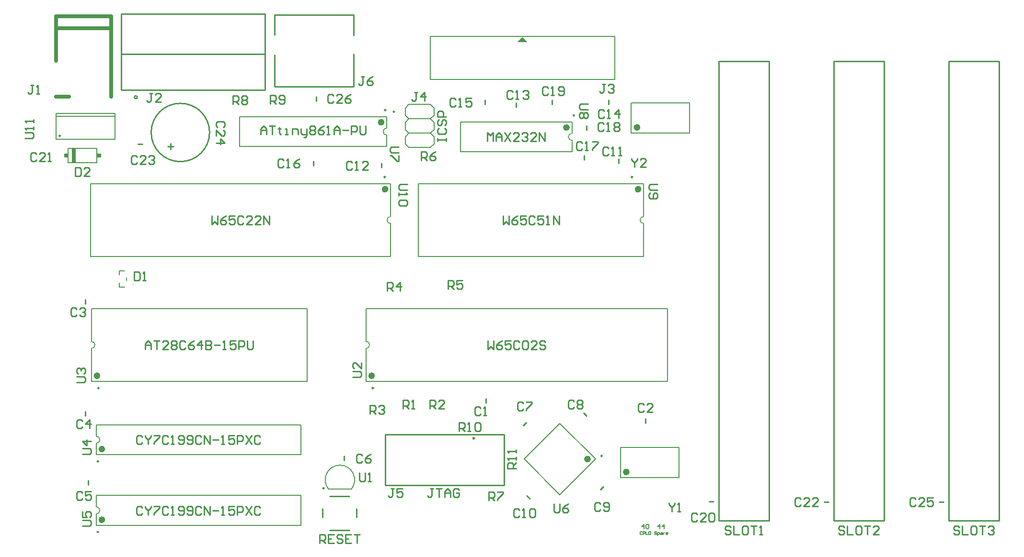
<source format=gto>
G04 Layer_Color=15132400*
%FSAX24Y24*%
%MOIN*%
G70*
G01*
G75*
%ADD22C,0.0100*%
%ADD23C,0.0200*%
%ADD52C,0.0098*%
%ADD53C,0.0079*%
%ADD54C,0.0236*%
%ADD55C,0.0060*%
%ADD56C,0.0250*%
%ADD57C,0.0050*%
%ADD58R,0.0250X0.1000*%
%ADD59R,0.0299X0.0255*%
%ADD60R,0.0300X0.0255*%
G36*
X074735Y103109D02*
X074026D01*
X074380Y103463D01*
X074735Y103109D01*
D02*
G37*
D22*
X065500Y098250D02*
G03*
X065500Y098250I-000050J000000D01*
G01*
X047600Y099250D02*
G03*
X047600Y099250I-000100J000000D01*
G01*
X052632Y096800D02*
G03*
X052632Y096800I-002032J000000D01*
G01*
X057144Y100000D02*
Y102194D01*
Y103606D02*
Y105000D01*
X062656Y100000D02*
Y102244D01*
Y103550D02*
Y105000D01*
X057144D02*
X062656D01*
X057144Y100000D02*
X062656D01*
X104050Y101750D02*
X107550D01*
Y069750D02*
Y101750D01*
X104050Y069750D02*
X107550D01*
X104050D02*
Y101750D01*
X096050D02*
X099550D01*
Y069750D02*
Y101750D01*
X096050Y069750D02*
X099550D01*
X096050D02*
Y101750D01*
X088050D02*
X091550D01*
Y069750D02*
Y101750D01*
X088050Y069750D02*
X091550D01*
X088050D02*
Y101750D01*
X062000Y073950D02*
Y074250D01*
X074444Y076394D02*
X074656Y076606D01*
X064866Y072228D02*
X073134D01*
X064866Y075772D02*
X073134D01*
Y072228D02*
Y075772D01*
X064866Y072228D02*
Y075772D01*
X060498Y069991D02*
Y070581D01*
X060991Y071467D02*
X062368D01*
X062861Y069991D02*
Y070581D01*
X060991Y069105D02*
X062368D01*
X071850Y077950D02*
Y078250D01*
X082950Y076550D02*
Y076850D01*
X044000Y084850D02*
Y085150D01*
Y077050D02*
Y077350D01*
X044200Y072250D02*
Y072550D01*
X078644Y077256D02*
X078856Y077044D01*
X079824Y071914D02*
X080036Y072126D01*
X074694Y071506D02*
X074906Y071294D01*
X060050Y099000D02*
Y099300D01*
X081100Y094650D02*
Y094950D01*
X064600Y094350D02*
Y094650D01*
X080400Y098750D02*
Y099050D01*
X059850Y094500D02*
Y094800D01*
X078700Y094900D02*
Y095200D01*
X073970Y098560D02*
Y098860D01*
X071800Y098750D02*
Y099050D01*
X078867Y096945D02*
Y097245D01*
X087400Y071100D02*
X087700D01*
X095400Y071050D02*
X095700D01*
X103400D02*
X103700D01*
X056500Y099750D02*
Y105050D01*
X046500D02*
X056500D01*
X046500Y099750D02*
Y105050D01*
Y099750D02*
X056500D01*
Y102250D01*
X046500D02*
X056500D01*
X047650Y096000D02*
X047950D01*
X076467Y098745D02*
Y099045D01*
X073950Y073400D02*
X073350D01*
Y073700D01*
X073450Y073800D01*
X073650D01*
X073750Y073700D01*
Y073400D01*
Y073600D02*
X073950Y073800D01*
Y074000D02*
Y074200D01*
Y074100D01*
X073350D01*
X073450Y074000D01*
X073950Y074500D02*
Y074700D01*
Y074600D01*
X073350D01*
X073450Y074500D01*
X070000Y076000D02*
Y076600D01*
X070300D01*
X070400Y076500D01*
Y076300D01*
X070300Y076200D01*
X070000D01*
X070200D02*
X070400Y076000D01*
X070600D02*
X070800D01*
X070700D01*
Y076600D01*
X070600Y076500D01*
X071100D02*
X071200Y076600D01*
X071400D01*
X071500Y076500D01*
Y076100D01*
X071400Y076000D01*
X071200D01*
X071100Y076100D01*
Y076500D01*
X043300Y094360D02*
Y093760D01*
X043600D01*
X043700Y093860D01*
Y094260D01*
X043600Y094360D01*
X043300D01*
X044300Y093760D02*
X043900D01*
X044300Y094160D01*
Y094260D01*
X044200Y094360D01*
X044000D01*
X043900Y094260D01*
X061260Y099350D02*
X061160Y099450D01*
X060960D01*
X060860Y099350D01*
Y098950D01*
X060960Y098850D01*
X061160D01*
X061260Y098950D01*
X061860Y098850D02*
X061460D01*
X061860Y099250D01*
Y099350D01*
X061760Y099450D01*
X061560D01*
X061460Y099350D01*
X062459Y099450D02*
X062260Y099350D01*
X062060Y099150D01*
Y098950D01*
X062160Y098850D01*
X062360D01*
X062459Y098950D01*
Y099050D01*
X062360Y099150D01*
X062060D01*
X056850Y098800D02*
Y099400D01*
X057150D01*
X057250Y099300D01*
Y099100D01*
X057150Y099000D01*
X056850D01*
X057050D02*
X057250Y098800D01*
X057450Y098900D02*
X057550Y098800D01*
X057750D01*
X057850Y098900D01*
Y099300D01*
X057750Y099400D01*
X057550D01*
X057450Y099300D01*
Y099200D01*
X057550Y099100D01*
X057850D01*
X054250Y098750D02*
Y099350D01*
X054550D01*
X054650Y099250D01*
Y099050D01*
X054550Y098950D01*
X054250D01*
X054450D02*
X054650Y098750D01*
X054850Y099250D02*
X054950Y099350D01*
X055150D01*
X055250Y099250D01*
Y099150D01*
X055150Y099050D01*
X055250Y098950D01*
Y098850D01*
X055150Y098750D01*
X054950D01*
X054850Y098850D01*
Y098950D01*
X054950Y099050D01*
X054850Y099150D01*
Y099250D01*
X054950Y099050D02*
X055150D01*
X063400Y100700D02*
X063200D01*
X063300D01*
Y100200D01*
X063200Y100100D01*
X063100D01*
X063000Y100200D01*
X064000Y100700D02*
X063800Y100600D01*
X063600Y100400D01*
Y100200D01*
X063700Y100100D01*
X063900D01*
X064000Y100200D01*
Y100300D01*
X063900Y100400D01*
X063600D01*
X076600Y070920D02*
Y070420D01*
X076700Y070320D01*
X076900D01*
X077000Y070420D01*
Y070920D01*
X077600D02*
X077400Y070820D01*
X077200Y070620D01*
Y070420D01*
X077300Y070320D01*
X077500D01*
X077600Y070420D01*
Y070520D01*
X077500Y070620D01*
X077200D01*
X082850Y077810D02*
X082750Y077910D01*
X082550D01*
X082450Y077810D01*
Y077410D01*
X082550Y077310D01*
X082750D01*
X082850Y077410D01*
X083450Y077310D02*
X083050D01*
X083450Y077710D01*
Y077810D01*
X083350Y077910D01*
X083150D01*
X083050Y077810D01*
X043800Y076700D02*
X043700Y076800D01*
X043500D01*
X043400Y076700D01*
Y076300D01*
X043500Y076200D01*
X043700D01*
X043800Y076300D01*
X044300Y076200D02*
Y076800D01*
X044000Y076500D01*
X044400D01*
X072000Y082300D02*
Y081700D01*
X072200Y081900D01*
X072400Y081700D01*
Y082300D01*
X073000D02*
X072800Y082200D01*
X072600Y082000D01*
Y081800D01*
X072700Y081700D01*
X072900D01*
X073000Y081800D01*
Y081900D01*
X072900Y082000D01*
X072600D01*
X073599Y082300D02*
X073200D01*
Y082000D01*
X073400Y082100D01*
X073500D01*
X073599Y082000D01*
Y081800D01*
X073500Y081700D01*
X073300D01*
X073200Y081800D01*
X074199Y082200D02*
X074099Y082300D01*
X073899D01*
X073799Y082200D01*
Y081800D01*
X073899Y081700D01*
X074099D01*
X074199Y081800D01*
X074399Y082200D02*
X074499Y082300D01*
X074699D01*
X074799Y082200D01*
Y081800D01*
X074699Y081700D01*
X074499D01*
X074399Y081800D01*
Y082200D01*
X075399Y081700D02*
X074999D01*
X075399Y082100D01*
Y082200D01*
X075299Y082300D01*
X075099D01*
X074999Y082200D01*
X075999D02*
X075899Y082300D01*
X075699D01*
X075599Y082200D01*
Y082100D01*
X075699Y082000D01*
X075899D01*
X075999Y081900D01*
Y081800D01*
X075899Y081700D01*
X075699D01*
X075599Y081800D01*
X062600Y079770D02*
X063100D01*
X063200Y079870D01*
Y080070D01*
X063100Y080170D01*
X062600D01*
X063200Y080770D02*
Y080370D01*
X062800Y080770D01*
X062700D01*
X062600Y080670D01*
Y080470D01*
X062700Y080370D01*
X048160Y081700D02*
Y082100D01*
X048360Y082300D01*
X048560Y082100D01*
Y081700D01*
Y082000D01*
X048160D01*
X048760Y082300D02*
X049160D01*
X048960D01*
Y081700D01*
X049759D02*
X049360D01*
X049759Y082100D01*
Y082200D01*
X049660Y082300D01*
X049460D01*
X049360Y082200D01*
X049959D02*
X050059Y082300D01*
X050259D01*
X050359Y082200D01*
Y082100D01*
X050259Y082000D01*
X050359Y081900D01*
Y081800D01*
X050259Y081700D01*
X050059D01*
X049959Y081800D01*
Y081900D01*
X050059Y082000D01*
X049959Y082100D01*
Y082200D01*
X050059Y082000D02*
X050259D01*
X050959Y082200D02*
X050859Y082300D01*
X050659D01*
X050559Y082200D01*
Y081800D01*
X050659Y081700D01*
X050859D01*
X050959Y081800D01*
X051559Y082300D02*
X051359Y082200D01*
X051159Y082000D01*
Y081800D01*
X051259Y081700D01*
X051459D01*
X051559Y081800D01*
Y081900D01*
X051459Y082000D01*
X051159D01*
X052059Y081700D02*
Y082300D01*
X051759Y082000D01*
X052159D01*
X052359Y082300D02*
Y081700D01*
X052659D01*
X052759Y081800D01*
Y081900D01*
X052659Y082000D01*
X052359D01*
X052659D01*
X052759Y082100D01*
Y082200D01*
X052659Y082300D01*
X052359D01*
X052958Y082000D02*
X053358D01*
X053558Y081700D02*
X053758D01*
X053658D01*
Y082300D01*
X053558Y082200D01*
X054458Y082300D02*
X054058D01*
Y082000D01*
X054258Y082100D01*
X054358D01*
X054458Y082000D01*
Y081800D01*
X054358Y081700D01*
X054158D01*
X054058Y081800D01*
X054658Y081700D02*
Y082300D01*
X054958D01*
X055058Y082200D01*
Y082000D01*
X054958Y081900D01*
X054658D01*
X055258Y082300D02*
Y081800D01*
X055358Y081700D01*
X055558D01*
X055658Y081800D01*
Y082300D01*
X043400Y079400D02*
X043900D01*
X044000Y079500D01*
Y079700D01*
X043900Y079800D01*
X043400D01*
X043500Y080000D02*
X043400Y080100D01*
Y080300D01*
X043500Y080400D01*
X043600D01*
X043700Y080300D01*
Y080200D01*
Y080300D01*
X043800Y080400D01*
X043900D01*
X044000Y080300D01*
Y080100D01*
X043900Y080000D01*
X047970Y075590D02*
X047870Y075690D01*
X047670D01*
X047570Y075590D01*
Y075190D01*
X047670Y075090D01*
X047870D01*
X047970Y075190D01*
X048170Y075690D02*
Y075590D01*
X048370Y075390D01*
X048570Y075590D01*
Y075690D01*
X048370Y075390D02*
Y075090D01*
X048770Y075690D02*
X049169D01*
Y075590D01*
X048770Y075190D01*
Y075090D01*
X049769Y075590D02*
X049669Y075690D01*
X049469D01*
X049369Y075590D01*
Y075190D01*
X049469Y075090D01*
X049669D01*
X049769Y075190D01*
X049969Y075090D02*
X050169D01*
X050069D01*
Y075690D01*
X049969Y075590D01*
X050469Y075190D02*
X050569Y075090D01*
X050769D01*
X050869Y075190D01*
Y075590D01*
X050769Y075690D01*
X050569D01*
X050469Y075590D01*
Y075490D01*
X050569Y075390D01*
X050869D01*
X051069Y075190D02*
X051169Y075090D01*
X051369D01*
X051469Y075190D01*
Y075590D01*
X051369Y075690D01*
X051169D01*
X051069Y075590D01*
Y075490D01*
X051169Y075390D01*
X051469D01*
X052069Y075590D02*
X051969Y075690D01*
X051769D01*
X051669Y075590D01*
Y075190D01*
X051769Y075090D01*
X051969D01*
X052069Y075190D01*
X052268Y075090D02*
Y075690D01*
X052668Y075090D01*
Y075690D01*
X052868Y075390D02*
X053268D01*
X053468Y075090D02*
X053668D01*
X053568D01*
Y075690D01*
X053468Y075590D01*
X054368Y075690D02*
X053968D01*
Y075390D01*
X054168Y075490D01*
X054268D01*
X054368Y075390D01*
Y075190D01*
X054268Y075090D01*
X054068D01*
X053968Y075190D01*
X054568Y075090D02*
Y075690D01*
X054868D01*
X054968Y075590D01*
Y075390D01*
X054868Y075290D01*
X054568D01*
X055168Y075690D02*
X055567Y075090D01*
Y075690D02*
X055168Y075090D01*
X056167Y075590D02*
X056067Y075690D01*
X055867D01*
X055767Y075590D01*
Y075190D01*
X055867Y075090D01*
X056067D01*
X056167Y075190D01*
X043800Y074400D02*
X044300D01*
X044400Y074500D01*
Y074700D01*
X044300Y074800D01*
X043800D01*
X044400Y075300D02*
X043800D01*
X044100Y075000D01*
Y075400D01*
X047970Y070670D02*
X047870Y070770D01*
X047670D01*
X047570Y070670D01*
Y070270D01*
X047670Y070170D01*
X047870D01*
X047970Y070270D01*
X048170Y070770D02*
Y070670D01*
X048370Y070470D01*
X048570Y070670D01*
Y070770D01*
X048370Y070470D02*
Y070170D01*
X048770Y070770D02*
X049169D01*
Y070670D01*
X048770Y070270D01*
Y070170D01*
X049769Y070670D02*
X049669Y070770D01*
X049469D01*
X049369Y070670D01*
Y070270D01*
X049469Y070170D01*
X049669D01*
X049769Y070270D01*
X049969Y070170D02*
X050169D01*
X050069D01*
Y070770D01*
X049969Y070670D01*
X050469Y070270D02*
X050569Y070170D01*
X050769D01*
X050869Y070270D01*
Y070670D01*
X050769Y070770D01*
X050569D01*
X050469Y070670D01*
Y070570D01*
X050569Y070470D01*
X050869D01*
X051069Y070270D02*
X051169Y070170D01*
X051369D01*
X051469Y070270D01*
Y070670D01*
X051369Y070770D01*
X051169D01*
X051069Y070670D01*
Y070570D01*
X051169Y070470D01*
X051469D01*
X052069Y070670D02*
X051969Y070770D01*
X051769D01*
X051669Y070670D01*
Y070270D01*
X051769Y070170D01*
X051969D01*
X052069Y070270D01*
X052268Y070170D02*
Y070770D01*
X052668Y070170D01*
Y070770D01*
X052868Y070470D02*
X053268D01*
X053468Y070170D02*
X053668D01*
X053568D01*
Y070770D01*
X053468Y070670D01*
X054368Y070770D02*
X053968D01*
Y070470D01*
X054168Y070570D01*
X054268D01*
X054368Y070470D01*
Y070270D01*
X054268Y070170D01*
X054068D01*
X053968Y070270D01*
X054568Y070170D02*
Y070770D01*
X054868D01*
X054968Y070670D01*
Y070470D01*
X054868Y070370D01*
X054568D01*
X055168Y070770D02*
X055567Y070170D01*
Y070770D02*
X055168Y070170D01*
X056167Y070670D02*
X056067Y070770D01*
X055867D01*
X055767Y070670D01*
Y070270D01*
X055867Y070170D01*
X056067D01*
X056167Y070270D01*
X043800Y069400D02*
X044300D01*
X044400Y069500D01*
Y069700D01*
X044300Y069800D01*
X043800D01*
Y070400D02*
Y070000D01*
X044100D01*
X044000Y070200D01*
Y070300D01*
X044100Y070400D01*
X044300D01*
X044400Y070300D01*
Y070100D01*
X044300Y070000D01*
X082000Y095000D02*
Y094900D01*
X082200Y094700D01*
X082400Y094900D01*
Y095000D01*
X082200Y094700D02*
Y094400D01*
X083000D02*
X082600D01*
X083000Y094800D01*
Y094900D01*
X082900Y095000D01*
X082700D01*
X082600Y094900D01*
X073050Y091000D02*
Y090400D01*
X073250Y090600D01*
X073450Y090400D01*
Y091000D01*
X074050D02*
X073850Y090900D01*
X073650Y090700D01*
Y090500D01*
X073750Y090400D01*
X073950D01*
X074050Y090500D01*
Y090600D01*
X073950Y090700D01*
X073650D01*
X074649Y091000D02*
X074250D01*
Y090700D01*
X074450Y090800D01*
X074550D01*
X074649Y090700D01*
Y090500D01*
X074550Y090400D01*
X074350D01*
X074250Y090500D01*
X075249Y090900D02*
X075149Y091000D01*
X074949D01*
X074849Y090900D01*
Y090500D01*
X074949Y090400D01*
X075149D01*
X075249Y090500D01*
X075849Y091000D02*
X075449D01*
Y090700D01*
X075649Y090800D01*
X075749D01*
X075849Y090700D01*
Y090500D01*
X075749Y090400D01*
X075549D01*
X075449Y090500D01*
X076049Y090400D02*
X076249D01*
X076149D01*
Y091000D01*
X076049Y090900D01*
X076549Y090400D02*
Y091000D01*
X076949Y090400D01*
Y091000D01*
X083800Y093200D02*
X083300D01*
X083200Y093100D01*
Y092900D01*
X083300Y092800D01*
X083800D01*
X083300Y092600D02*
X083200Y092500D01*
Y092300D01*
X083300Y092200D01*
X083700D01*
X083800Y092300D01*
Y092500D01*
X083700Y092600D01*
X083600D01*
X083500Y092500D01*
Y092200D01*
X071500Y077600D02*
X071400Y077700D01*
X071200D01*
X071100Y077600D01*
Y077200D01*
X071200Y077100D01*
X071400D01*
X071500Y077200D01*
X071700Y077100D02*
X071900D01*
X071800D01*
Y077700D01*
X071700Y077600D01*
X043800Y071700D02*
X043700Y071800D01*
X043500D01*
X043400Y071700D01*
Y071300D01*
X043500Y071200D01*
X043700D01*
X043800Y071300D01*
X044400Y071800D02*
X044000D01*
Y071500D01*
X044200Y071600D01*
X044300D01*
X044400Y071500D01*
Y071300D01*
X044300Y071200D01*
X044100D01*
X044000Y071300D01*
X074460Y077910D02*
X074360Y078010D01*
X074160D01*
X074060Y077910D01*
Y077510D01*
X074160Y077410D01*
X074360D01*
X074460Y077510D01*
X074660Y078010D02*
X075060D01*
Y077910D01*
X074660Y077510D01*
Y077410D01*
X078000Y078050D02*
X077900Y078150D01*
X077700D01*
X077600Y078050D01*
Y077650D01*
X077700Y077550D01*
X077900D01*
X078000Y077650D01*
X078200Y078050D02*
X078300Y078150D01*
X078500D01*
X078600Y078050D01*
Y077950D01*
X078500Y077850D01*
X078600Y077750D01*
Y077650D01*
X078500Y077550D01*
X078300D01*
X078200Y077650D01*
Y077750D01*
X078300Y077850D01*
X078200Y077950D01*
Y078050D01*
X078300Y077850D02*
X078500D01*
X079830Y070940D02*
X079730Y071040D01*
X079530D01*
X079430Y070940D01*
Y070540D01*
X079530Y070440D01*
X079730D01*
X079830Y070540D01*
X080030D02*
X080130Y070440D01*
X080330D01*
X080430Y070540D01*
Y070940D01*
X080330Y071040D01*
X080130D01*
X080030Y070940D01*
Y070840D01*
X080130Y070740D01*
X080430D01*
X074200Y070500D02*
X074100Y070600D01*
X073900D01*
X073800Y070500D01*
Y070100D01*
X073900Y070000D01*
X074100D01*
X074200Y070100D01*
X074400Y070000D02*
X074600D01*
X074500D01*
Y070600D01*
X074400Y070500D01*
X074900D02*
X075000Y070600D01*
X075200D01*
X075300Y070500D01*
Y070100D01*
X075200Y070000D01*
X075000D01*
X074900Y070100D01*
Y070500D01*
X080400Y095700D02*
X080300Y095800D01*
X080100D01*
X080000Y095700D01*
Y095300D01*
X080100Y095200D01*
X080300D01*
X080400Y095300D01*
X080600Y095200D02*
X080800D01*
X080700D01*
Y095800D01*
X080600Y095700D01*
X081100Y095200D02*
X081300D01*
X081200D01*
Y095800D01*
X081100Y095700D01*
X062540Y094700D02*
X062440Y094800D01*
X062240D01*
X062140Y094700D01*
Y094300D01*
X062240Y094200D01*
X062440D01*
X062540Y094300D01*
X062740Y094200D02*
X062940D01*
X062840D01*
Y094800D01*
X062740Y094700D01*
X063640Y094200D02*
X063240D01*
X063640Y094600D01*
Y094700D01*
X063540Y094800D01*
X063340D01*
X063240Y094700D01*
X073720Y099610D02*
X073620Y099710D01*
X073420D01*
X073320Y099610D01*
Y099210D01*
X073420Y099110D01*
X073620D01*
X073720Y099210D01*
X073920Y099110D02*
X074120D01*
X074020D01*
Y099710D01*
X073920Y099610D01*
X074420D02*
X074520Y099710D01*
X074720D01*
X074820Y099610D01*
Y099510D01*
X074720Y099410D01*
X074620D01*
X074720D01*
X074820Y099310D01*
Y099210D01*
X074720Y099110D01*
X074520D01*
X074420Y099210D01*
X080100Y098300D02*
X080000Y098400D01*
X079800D01*
X079700Y098300D01*
Y097900D01*
X079800Y097800D01*
X080000D01*
X080100Y097900D01*
X080300Y097800D02*
X080500D01*
X080400D01*
Y098400D01*
X080300Y098300D01*
X081100Y097800D02*
Y098400D01*
X080800Y098100D01*
X081200D01*
X069740Y099100D02*
X069640Y099200D01*
X069440D01*
X069340Y099100D01*
Y098700D01*
X069440Y098600D01*
X069640D01*
X069740Y098700D01*
X069940Y098600D02*
X070140D01*
X070040D01*
Y099200D01*
X069940Y099100D01*
X070840Y099200D02*
X070440D01*
Y098900D01*
X070640Y099000D01*
X070740D01*
X070840Y098900D01*
Y098700D01*
X070740Y098600D01*
X070540D01*
X070440Y098700D01*
X057790Y094850D02*
X057690Y094950D01*
X057490D01*
X057390Y094850D01*
Y094450D01*
X057490Y094350D01*
X057690D01*
X057790Y094450D01*
X057990Y094350D02*
X058190D01*
X058090D01*
Y094950D01*
X057990Y094850D01*
X058890Y094950D02*
X058690Y094850D01*
X058490Y094650D01*
Y094450D01*
X058590Y094350D01*
X058790D01*
X058890Y094450D01*
Y094550D01*
X058790Y094650D01*
X058490D01*
X078550Y096050D02*
X078450Y096150D01*
X078250D01*
X078150Y096050D01*
Y095650D01*
X078250Y095550D01*
X078450D01*
X078550Y095650D01*
X078750Y095550D02*
X078950D01*
X078850D01*
Y096150D01*
X078750Y096050D01*
X079250Y096150D02*
X079650D01*
Y096050D01*
X079250Y095650D01*
Y095550D01*
X080050Y097400D02*
X079950Y097500D01*
X079750D01*
X079650Y097400D01*
Y097000D01*
X079750Y096900D01*
X079950D01*
X080050Y097000D01*
X080250Y096900D02*
X080450D01*
X080350D01*
Y097500D01*
X080250Y097400D01*
X080750D02*
X080850Y097500D01*
X081050D01*
X081150Y097400D01*
Y097300D01*
X081050Y097200D01*
X081150Y097100D01*
Y097000D01*
X081050Y096900D01*
X080850D01*
X080750Y097000D01*
Y097100D01*
X080850Y097200D01*
X080750Y097300D01*
Y097400D01*
X080850Y097200D02*
X081050D01*
X076200Y099900D02*
X076100Y100000D01*
X075900D01*
X075800Y099900D01*
Y099500D01*
X075900Y099400D01*
X076100D01*
X076200Y099500D01*
X076400Y099400D02*
X076600D01*
X076500D01*
Y100000D01*
X076400Y099900D01*
X076900Y099500D02*
X077000Y099400D01*
X077200D01*
X077300Y099500D01*
Y099900D01*
X077200Y100000D01*
X077000D01*
X076900Y099900D01*
Y099800D01*
X077000Y099700D01*
X077300D01*
X040600Y095300D02*
X040500Y095400D01*
X040300D01*
X040200Y095300D01*
Y094900D01*
X040300Y094800D01*
X040500D01*
X040600Y094900D01*
X041200Y094800D02*
X040800D01*
X041200Y095200D01*
Y095300D01*
X041100Y095400D01*
X040900D01*
X040800Y095300D01*
X041400Y094800D02*
X041600D01*
X041500D01*
Y095400D01*
X041400Y095300D01*
X047600Y095100D02*
X047500Y095200D01*
X047300D01*
X047200Y095100D01*
Y094700D01*
X047300Y094600D01*
X047500D01*
X047600Y094700D01*
X048200Y094600D02*
X047800D01*
X048200Y095000D01*
Y095100D01*
X048100Y095200D01*
X047900D01*
X047800Y095100D01*
X048400D02*
X048500Y095200D01*
X048700D01*
X048799Y095100D01*
Y095000D01*
X048700Y094900D01*
X048600D01*
X048700D01*
X048799Y094800D01*
Y094700D01*
X048700Y094600D01*
X048500D01*
X048400Y094700D01*
X053600Y097150D02*
X053700Y097250D01*
Y097450D01*
X053600Y097550D01*
X053200D01*
X053100Y097450D01*
Y097250D01*
X053200Y097150D01*
X053100Y096550D02*
Y096950D01*
X053500Y096550D01*
X053600D01*
X053700Y096650D01*
Y096850D01*
X053600Y096950D01*
X053100Y096050D02*
X053700D01*
X053400Y096350D01*
Y095951D01*
X047400Y087100D02*
Y086500D01*
X047700D01*
X047800Y086600D01*
Y087000D01*
X047700Y087100D01*
X047400D01*
X048000Y086500D02*
X048200D01*
X048100D01*
Y087100D01*
X048000Y087000D01*
X040400Y100100D02*
X040200D01*
X040300D01*
Y099600D01*
X040200Y099500D01*
X040100D01*
X040000Y099600D01*
X040600Y099500D02*
X040800D01*
X040700D01*
Y100100D01*
X040600Y100000D01*
X048650Y099520D02*
X048450D01*
X048550D01*
Y099020D01*
X048450Y098920D01*
X048350D01*
X048250Y099020D01*
X049250Y098920D02*
X048850D01*
X049250Y099320D01*
Y099420D01*
X049150Y099520D01*
X048950D01*
X048850Y099420D01*
X080170Y100160D02*
X079970D01*
X080070D01*
Y099660D01*
X079970Y099560D01*
X079870D01*
X079770Y099660D01*
X080370Y100060D02*
X080470Y100160D01*
X080670D01*
X080770Y100060D01*
Y099960D01*
X080670Y099860D01*
X080570D01*
X080670D01*
X080770Y099760D01*
Y099660D01*
X080670Y099560D01*
X080470D01*
X080370Y099660D01*
X067100Y099600D02*
X066900D01*
X067000D01*
Y099100D01*
X066900Y099000D01*
X066800D01*
X066700Y099100D01*
X067600Y099000D02*
Y099600D01*
X067300Y099300D01*
X067700D01*
X065450Y072000D02*
X065250D01*
X065350D01*
Y071500D01*
X065250Y071400D01*
X065150D01*
X065050Y071500D01*
X066050Y072000D02*
X065650D01*
Y071700D01*
X065850Y071800D01*
X065950D01*
X066050Y071700D01*
Y071500D01*
X065950Y071400D01*
X065750D01*
X065650Y071500D01*
X066100Y077550D02*
Y078150D01*
X066400D01*
X066500Y078050D01*
Y077850D01*
X066400Y077750D01*
X066100D01*
X066300D02*
X066500Y077550D01*
X066700D02*
X066900D01*
X066800D01*
Y078150D01*
X066700Y078050D01*
X067950Y077550D02*
Y078150D01*
X068250D01*
X068350Y078050D01*
Y077850D01*
X068250Y077750D01*
X067950D01*
X068150D02*
X068350Y077550D01*
X068950D02*
X068550D01*
X068950Y077950D01*
Y078050D01*
X068850Y078150D01*
X068650D01*
X068550Y078050D01*
X063800Y077200D02*
Y077800D01*
X064100D01*
X064200Y077700D01*
Y077500D01*
X064100Y077400D01*
X063800D01*
X064000D02*
X064200Y077200D01*
X064400Y077700D02*
X064500Y077800D01*
X064700D01*
X064800Y077700D01*
Y077600D01*
X064700Y077500D01*
X064600D01*
X064700D01*
X064800Y077400D01*
Y077300D01*
X064700Y077200D01*
X064500D01*
X064400Y077300D01*
X065000Y085750D02*
Y086350D01*
X065300D01*
X065400Y086250D01*
Y086050D01*
X065300Y085950D01*
X065000D01*
X065200D02*
X065400Y085750D01*
X065900D02*
Y086350D01*
X065600Y086050D01*
X066000D01*
X069220Y085900D02*
Y086500D01*
X069520D01*
X069620Y086400D01*
Y086200D01*
X069520Y086100D01*
X069220D01*
X069420D02*
X069620Y085900D01*
X070220Y086500D02*
X069820D01*
Y086200D01*
X070020Y086300D01*
X070120D01*
X070220Y086200D01*
Y086000D01*
X070120Y085900D01*
X069920D01*
X069820Y086000D01*
X088900Y069300D02*
X088800Y069400D01*
X088600D01*
X088500Y069300D01*
Y069200D01*
X088600Y069100D01*
X088800D01*
X088900Y069000D01*
Y068900D01*
X088800Y068800D01*
X088600D01*
X088500Y068900D01*
X089100Y069400D02*
Y068800D01*
X089500D01*
X090000Y069400D02*
X089800D01*
X089700Y069300D01*
Y068900D01*
X089800Y068800D01*
X090000D01*
X090099Y068900D01*
Y069300D01*
X090000Y069400D01*
X090299D02*
X090699D01*
X090499D01*
Y068800D01*
X090899D02*
X091099D01*
X090999D01*
Y069400D01*
X090899Y069300D01*
X096800D02*
X096700Y069400D01*
X096500D01*
X096400Y069300D01*
Y069200D01*
X096500Y069100D01*
X096700D01*
X096800Y069000D01*
Y068900D01*
X096700Y068800D01*
X096500D01*
X096400Y068900D01*
X097000Y069400D02*
Y068800D01*
X097400D01*
X097900Y069400D02*
X097700D01*
X097600Y069300D01*
Y068900D01*
X097700Y068800D01*
X097900D01*
X097999Y068900D01*
Y069300D01*
X097900Y069400D01*
X098199D02*
X098599D01*
X098399D01*
Y068800D01*
X099199D02*
X098799D01*
X099199Y069200D01*
Y069300D01*
X099099Y069400D01*
X098899D01*
X098799Y069300D01*
X104800D02*
X104700Y069400D01*
X104500D01*
X104400Y069300D01*
Y069200D01*
X104500Y069100D01*
X104700D01*
X104800Y069000D01*
Y068900D01*
X104700Y068800D01*
X104500D01*
X104400Y068900D01*
X105000Y069400D02*
Y068800D01*
X105400D01*
X105900Y069400D02*
X105700D01*
X105600Y069300D01*
Y068900D01*
X105700Y068800D01*
X105900D01*
X105999Y068900D01*
Y069300D01*
X105900Y069400D01*
X106199D02*
X106599D01*
X106399D01*
Y068800D01*
X106799Y069300D02*
X106899Y069400D01*
X107099D01*
X107199Y069300D01*
Y069200D01*
X107099Y069100D01*
X106999D01*
X107099D01*
X107199Y069000D01*
Y068900D01*
X107099Y068800D01*
X106899D01*
X106799Y068900D01*
X056190Y096660D02*
Y097060D01*
X056390Y097260D01*
X056590Y097060D01*
Y096660D01*
Y096960D01*
X056190D01*
X056790Y097260D02*
X057190D01*
X056990D01*
Y096660D01*
X057490Y097160D02*
Y097060D01*
X057390D01*
X057590D01*
X057490D01*
Y096760D01*
X057590Y096660D01*
X057889D02*
X058089D01*
X057989D01*
Y097060D01*
X057889D01*
X058389Y096660D02*
Y097060D01*
X058689D01*
X058789Y096960D01*
Y096660D01*
X058989Y097060D02*
Y096760D01*
X059089Y096660D01*
X059389D01*
Y096560D01*
X059289Y096460D01*
X059189D01*
X059389Y096660D02*
Y097060D01*
X059589Y097160D02*
X059689Y097260D01*
X059889D01*
X059989Y097160D01*
Y097060D01*
X059889Y096960D01*
X059989Y096860D01*
Y096760D01*
X059889Y096660D01*
X059689D01*
X059589Y096760D01*
Y096860D01*
X059689Y096960D01*
X059589Y097060D01*
Y097160D01*
X059689Y096960D02*
X059889D01*
X060589Y097260D02*
X060389Y097160D01*
X060189Y096960D01*
Y096760D01*
X060289Y096660D01*
X060489D01*
X060589Y096760D01*
Y096860D01*
X060489Y096960D01*
X060189D01*
X060789Y096660D02*
X060988D01*
X060888D01*
Y097260D01*
X060789Y097160D01*
X061288Y096660D02*
Y097060D01*
X061488Y097260D01*
X061688Y097060D01*
Y096660D01*
Y096960D01*
X061288D01*
X061888D02*
X062288D01*
X062488Y096660D02*
Y097260D01*
X062788D01*
X062888Y097160D01*
Y096960D01*
X062788Y096860D01*
X062488D01*
X063088Y097260D02*
Y096760D01*
X063188Y096660D01*
X063388D01*
X063488Y096760D01*
Y097260D01*
X065800Y095800D02*
X065300D01*
X065200Y095700D01*
Y095500D01*
X065300Y095400D01*
X065800D01*
Y095200D02*
Y094800D01*
X065700D01*
X065300Y095200D01*
X065200D01*
X052800Y091000D02*
Y090400D01*
X053000Y090600D01*
X053200Y090400D01*
Y091000D01*
X053800D02*
X053600Y090900D01*
X053400Y090700D01*
Y090500D01*
X053500Y090400D01*
X053700D01*
X053800Y090500D01*
Y090600D01*
X053700Y090700D01*
X053400D01*
X054399Y091000D02*
X054000D01*
Y090700D01*
X054200Y090800D01*
X054300D01*
X054399Y090700D01*
Y090500D01*
X054300Y090400D01*
X054100D01*
X054000Y090500D01*
X054999Y090900D02*
X054899Y091000D01*
X054699D01*
X054599Y090900D01*
Y090500D01*
X054699Y090400D01*
X054899D01*
X054999Y090500D01*
X055599Y090400D02*
X055199D01*
X055599Y090800D01*
Y090900D01*
X055499Y091000D01*
X055299D01*
X055199Y090900D01*
X056199Y090400D02*
X055799D01*
X056199Y090800D01*
Y090900D01*
X056099Y091000D01*
X055899D01*
X055799Y090900D01*
X056399Y090400D02*
Y091000D01*
X056799Y090400D01*
Y091000D01*
X066400Y093200D02*
X065900D01*
X065800Y093100D01*
Y092900D01*
X065900Y092800D01*
X066400D01*
X065800Y092600D02*
Y092400D01*
Y092500D01*
X066400D01*
X066300Y092600D01*
Y092100D02*
X066400Y092000D01*
Y091800D01*
X066300Y091700D01*
X065900D01*
X065800Y091800D01*
Y092000D01*
X065900Y092100D01*
X066300D01*
X039800Y096400D02*
X040300D01*
X040400Y096500D01*
Y096700D01*
X040300Y096800D01*
X039800D01*
X040400Y097000D02*
Y097200D01*
Y097100D01*
X039800D01*
X039900Y097000D01*
X040400Y097500D02*
Y097700D01*
Y097600D01*
X039800D01*
X039900Y097500D01*
X084600Y071000D02*
Y070900D01*
X084800Y070700D01*
X085000Y070900D01*
Y071000D01*
X084800Y070700D02*
Y070400D01*
X085200D02*
X085400D01*
X085300D01*
Y071000D01*
X085200Y070900D01*
X071970Y096190D02*
Y096790D01*
X072170Y096590D01*
X072370Y096790D01*
Y096190D01*
X072570D02*
Y096590D01*
X072770Y096790D01*
X072970Y096590D01*
Y096190D01*
Y096490D01*
X072570D01*
X073170Y096790D02*
X073569Y096190D01*
Y096790D02*
X073170Y096190D01*
X074169D02*
X073769D01*
X074169Y096590D01*
Y096690D01*
X074069Y096790D01*
X073869D01*
X073769Y096690D01*
X074369D02*
X074469Y096790D01*
X074669D01*
X074769Y096690D01*
Y096590D01*
X074669Y096490D01*
X074569D01*
X074669D01*
X074769Y096390D01*
Y096290D01*
X074669Y096190D01*
X074469D01*
X074369Y096290D01*
X075369Y096190D02*
X074969D01*
X075369Y096590D01*
Y096690D01*
X075269Y096790D01*
X075069D01*
X074969Y096690D01*
X075569Y096190D02*
Y096790D01*
X075969Y096190D01*
Y096790D01*
X078950Y098800D02*
X078450D01*
X078350Y098700D01*
Y098500D01*
X078450Y098400D01*
X078950D01*
X078850Y098200D02*
X078950Y098100D01*
Y097900D01*
X078850Y097800D01*
X078750D01*
X078650Y097900D01*
X078550Y097800D01*
X078450D01*
X078350Y097900D01*
Y098100D01*
X078450Y098200D01*
X078550D01*
X078650Y098100D01*
X078750Y098200D01*
X078850D01*
X078650Y098100D02*
Y097900D01*
X067350Y094850D02*
Y095450D01*
X067650D01*
X067750Y095350D01*
Y095150D01*
X067650Y095050D01*
X067350D01*
X067550D02*
X067750Y094850D01*
X068350Y095450D02*
X068150Y095350D01*
X067950Y095150D01*
Y094950D01*
X068050Y094850D01*
X068250D01*
X068350Y094950D01*
Y095050D01*
X068250Y095150D01*
X067950D01*
X072050Y071150D02*
Y071750D01*
X072350D01*
X072450Y071650D01*
Y071450D01*
X072350Y071350D01*
X072050D01*
X072250D02*
X072450Y071150D01*
X072650Y071750D02*
X073050D01*
Y071650D01*
X072650Y071250D01*
Y071150D01*
X043400Y084500D02*
X043300Y084600D01*
X043100D01*
X043000Y084500D01*
Y084100D01*
X043100Y084000D01*
X043300D01*
X043400Y084100D01*
X043600Y084500D02*
X043700Y084600D01*
X043900D01*
X044000Y084500D01*
Y084400D01*
X043900Y084300D01*
X043800D01*
X043900D01*
X044000Y084200D01*
Y084100D01*
X043900Y084000D01*
X043700D01*
X043600Y084100D01*
X063260Y074300D02*
X063160Y074400D01*
X062960D01*
X062860Y074300D01*
Y073900D01*
X062960Y073800D01*
X063160D01*
X063260Y073900D01*
X063860Y074400D02*
X063660Y074300D01*
X063460Y074100D01*
Y073900D01*
X063560Y073800D01*
X063760D01*
X063860Y073900D01*
Y074000D01*
X063760Y074100D01*
X063460D01*
X063060Y073090D02*
Y072590D01*
X063160Y072490D01*
X063360D01*
X063460Y072590D01*
Y073090D01*
X063660Y072490D02*
X063860D01*
X063760D01*
Y073090D01*
X063660Y072990D01*
X086550Y070200D02*
X086450Y070300D01*
X086250D01*
X086150Y070200D01*
Y069800D01*
X086250Y069700D01*
X086450D01*
X086550Y069800D01*
X087150Y069700D02*
X086750D01*
X087150Y070100D01*
Y070200D01*
X087050Y070300D01*
X086850D01*
X086750Y070200D01*
X087350D02*
X087450Y070300D01*
X087650D01*
X087749Y070200D01*
Y069800D01*
X087650Y069700D01*
X087450D01*
X087350Y069800D01*
Y070200D01*
X093750Y071250D02*
X093650Y071350D01*
X093450D01*
X093350Y071250D01*
Y070850D01*
X093450Y070750D01*
X093650D01*
X093750Y070850D01*
X094350Y070750D02*
X093950D01*
X094350Y071150D01*
Y071250D01*
X094250Y071350D01*
X094050D01*
X093950Y071250D01*
X094949Y070750D02*
X094550D01*
X094949Y071150D01*
Y071250D01*
X094850Y071350D01*
X094650D01*
X094550Y071250D01*
X101750D02*
X101650Y071350D01*
X101450D01*
X101350Y071250D01*
Y070850D01*
X101450Y070750D01*
X101650D01*
X101750Y070850D01*
X102350Y070750D02*
X101950D01*
X102350Y071150D01*
Y071250D01*
X102250Y071350D01*
X102050D01*
X101950Y071250D01*
X102949Y071350D02*
X102550D01*
Y071050D01*
X102750Y071150D01*
X102850D01*
X102949Y071050D01*
Y070850D01*
X102850Y070750D01*
X102650D01*
X102550Y070850D01*
X068500Y096200D02*
Y096400D01*
Y096300D01*
X069100D01*
Y096200D01*
Y096400D01*
X068600Y097100D02*
X068500Y097000D01*
Y096800D01*
X068600Y096700D01*
X069000D01*
X069100Y096800D01*
Y097000D01*
X069000Y097100D01*
X068600Y097700D02*
X068500Y097600D01*
Y097400D01*
X068600Y097300D01*
X068700D01*
X068800Y097400D01*
Y097600D01*
X068900Y097700D01*
X069000D01*
X069100Y097600D01*
Y097400D01*
X069000Y097300D01*
X069100Y097899D02*
X068500D01*
Y098199D01*
X068600Y098299D01*
X068800D01*
X068900Y098199D01*
Y097899D01*
X068200Y072000D02*
X068000D01*
X068100D01*
Y071500D01*
X068000Y071400D01*
X067900D01*
X067800Y071500D01*
X068400Y072000D02*
X068800D01*
X068600D01*
Y071400D01*
X069000D02*
Y071800D01*
X069200Y072000D01*
X069399Y071800D01*
Y071400D01*
Y071700D01*
X069000D01*
X069999Y071900D02*
X069899Y072000D01*
X069699D01*
X069599Y071900D01*
Y071500D01*
X069699Y071400D01*
X069899D01*
X069999Y071500D01*
Y071700D01*
X069799D01*
X060300Y068200D02*
Y068800D01*
X060600D01*
X060700Y068700D01*
Y068500D01*
X060600Y068400D01*
X060300D01*
X060500D02*
X060700Y068200D01*
X061300Y068800D02*
X060900D01*
Y068200D01*
X061300D01*
X060900Y068500D02*
X061100D01*
X061899Y068700D02*
X061800Y068800D01*
X061600D01*
X061500Y068700D01*
Y068600D01*
X061600Y068500D01*
X061800D01*
X061899Y068400D01*
Y068300D01*
X061800Y068200D01*
X061600D01*
X061500Y068300D01*
X062499Y068800D02*
X062099D01*
Y068200D01*
X062499D01*
X062099Y068500D02*
X062299D01*
X062699Y068800D02*
X063099D01*
X062899D01*
Y068200D01*
X049906Y095619D02*
Y096019D01*
X049706Y095819D02*
X050106D01*
D23*
X071010Y075500D02*
G03*
X071010Y075500I-000010J000000D01*
G01*
D52*
X042258Y096567D02*
G03*
X042258Y096567I-000049J000000D01*
G01*
X064861Y093700D02*
G03*
X064861Y093700I-000049J000000D01*
G01*
X060607Y072017D02*
G03*
X060607Y072017I-000049J000000D01*
G01*
X064902Y098361D02*
G03*
X064902Y098361I-000049J000000D01*
G01*
X044907Y073894D02*
G03*
X044907Y073894I-000049J000000D01*
G01*
Y068972D02*
G03*
X044907Y068972I-000049J000000D01*
G01*
X078028Y097995D02*
G03*
X078028Y097995I-000049J000000D01*
G01*
X064037Y079000D02*
G03*
X064037Y079000I-000049J000000D01*
G01*
X044943Y078997D02*
G03*
X044943Y078997I-000049J000000D01*
G01*
X082061Y093700D02*
G03*
X082061Y093700I-000049J000000D01*
G01*
X079951Y074266D02*
G03*
X079951Y074266I-000049J000000D01*
G01*
D53*
X065233Y090950D02*
G03*
X065233Y090450I000000J-000250D01*
G01*
X062507Y071970D02*
G03*
X060893Y071970I-000807J000630D01*
G01*
X047305Y086226D02*
G03*
X047305Y086226I-000008J000000D01*
G01*
X064959Y097111D02*
G03*
X064959Y096611I000000J-000250D01*
G01*
X044744Y075144D02*
G03*
X044744Y075644I000000J000250D01*
G01*
Y070222D02*
G03*
X044744Y070722I000000J000250D01*
G01*
X077845Y096745D02*
G03*
X077845Y096245I000000J-000250D01*
G01*
X063508Y081750D02*
G03*
X063508Y082250I000000J000250D01*
G01*
X044406Y081747D02*
G03*
X044406Y082247I000000J000250D01*
G01*
X082835Y090950D02*
G03*
X082835Y090450I000000J-000250D01*
G01*
X041953Y097925D02*
X046047D01*
X041953Y096311D02*
Y098122D01*
X041953Y096311D02*
X046047D01*
Y098122D01*
X041953D02*
X046047D01*
X044367Y093239D02*
X065233D01*
X044367Y088161D02*
X065233D01*
Y090950D02*
Y093239D01*
Y088161D02*
Y090450D01*
X044367Y088161D02*
Y093239D01*
X060893Y071970D02*
X062507D01*
X081972Y098843D02*
X086028D01*
X081972Y096757D02*
X086028D01*
Y098843D01*
X081968Y096757D02*
Y098843D01*
X046344Y086876D02*
Y087171D01*
X046856Y086502D02*
Y086698D01*
X046344Y087171D02*
X046720D01*
X046344Y086029D02*
X046720D01*
X046344D02*
Y086324D01*
X081218Y072757D02*
Y074843D01*
X085278Y072757D02*
Y074843D01*
X081222Y072757D02*
X085278D01*
X081222Y074843D02*
X085278D01*
X080830Y100509D02*
Y103509D01*
X067980D02*
X080830D01*
X067980Y100509D02*
Y103509D01*
Y100509D02*
X080830D01*
X054723Y097904D02*
X064959D01*
X054723Y095818D02*
X064959D01*
Y097111D02*
Y097904D01*
Y095818D02*
Y096611D01*
X054723Y095818D02*
Y097904D01*
X044744Y074350D02*
X058996D01*
X044744Y076437D02*
X058996D01*
X044744Y074350D02*
Y075144D01*
Y075644D02*
Y076437D01*
X058996Y074350D02*
Y076437D01*
X044744Y069429D02*
X058996D01*
X044744Y071516D02*
X058996D01*
X044744Y069429D02*
Y070222D01*
Y070722D02*
Y071516D01*
X058996Y069429D02*
Y071516D01*
X070089Y097538D02*
X077845D01*
X070089Y095452D02*
X077845D01*
Y096745D02*
Y097538D01*
Y095452D02*
Y096245D01*
X070089Y095452D02*
Y097538D01*
X084492Y079461D02*
Y084539D01*
X063508Y082250D02*
Y084539D01*
Y079461D02*
Y081750D01*
Y084539D02*
X084492D01*
X063508Y079461D02*
X084492D01*
X044406Y079458D02*
X059406D01*
X044406Y084537D02*
X059406D01*
X044406Y079458D02*
Y081747D01*
Y082247D02*
Y084537D01*
X059406Y079458D02*
Y084537D01*
X067165Y093239D02*
X082835D01*
X067165Y088161D02*
X082835D01*
Y090950D02*
Y093239D01*
Y088161D02*
Y090450D01*
X067165Y088161D02*
Y093239D01*
X077000Y076528D02*
X079478Y074050D01*
X074522D02*
X077000Y071572D01*
X079478Y074050D01*
X074522D02*
X077000Y076528D01*
D54*
X064957Y092846D02*
G03*
X064957Y092846I-000118J000000D01*
G01*
X082484Y097150D02*
G03*
X082484Y097150I-000118J000000D01*
G01*
X081734Y073150D02*
G03*
X081734Y073150I-000118J000000D01*
G01*
X064684Y097511D02*
G03*
X064684Y097511I-000118J000000D01*
G01*
X045256Y074744D02*
G03*
X045256Y074744I-000118J000000D01*
G01*
Y069823D02*
G03*
X045256Y069823I-000118J000000D01*
G01*
X077569Y097144D02*
G03*
X077569Y097144I-000118J000000D01*
G01*
X064020Y079854D02*
G03*
X064020Y079854I-000118J000000D01*
G01*
X044917Y079852D02*
G03*
X044917Y079852I-000118J000000D01*
G01*
X082559Y092846D02*
G03*
X082559Y092846I-000118J000000D01*
G01*
X079039Y074050D02*
G03*
X079039Y074050I-000118J000000D01*
G01*
D55*
X066250Y096000D02*
Y096500D01*
X066500Y095750D02*
X068000D01*
X068250Y096000D01*
Y096500D01*
X068000Y096750D02*
X068250Y096500D01*
X066250Y096000D02*
X066500Y095750D01*
X066250Y096500D02*
X066500Y096750D01*
X066250Y098000D02*
Y098500D01*
Y097000D02*
Y097500D01*
X066500Y096750D02*
X068000D01*
X066500Y097750D02*
X068000D01*
Y096750D02*
X068250Y097000D01*
Y097500D01*
X068000Y097750D02*
X068250Y097500D01*
X068000Y097750D02*
X068250Y098000D01*
Y098500D01*
X068000Y098750D02*
X068250Y098500D01*
X066500Y098750D02*
X068000D01*
X066250Y097000D02*
X066500Y096750D01*
X066250Y097500D02*
X066500Y097750D01*
X066250Y098000D02*
X066500Y097750D01*
X066250Y098500D02*
X066500Y098750D01*
D56*
X041950Y104050D02*
X045800D01*
X041950Y099300D02*
X042850D01*
X041950Y101800D02*
Y104900D01*
X045800D01*
Y099300D02*
Y104900D01*
D57*
X042800Y094700D02*
Y095700D01*
X044800D01*
Y094700D02*
Y095700D01*
X042800Y094700D02*
X044800D01*
X082733Y068967D02*
X082700Y069000D01*
X082633D01*
X082600Y068967D01*
Y068833D01*
X082633Y068800D01*
X082700D01*
X082733Y068833D01*
X082800Y068800D02*
Y069000D01*
X082900D01*
X082933Y068967D01*
Y068900D01*
X082900Y068867D01*
X082800D01*
X083000Y069000D02*
Y068800D01*
X083133D01*
X083200Y069000D02*
Y068800D01*
X083300D01*
X083333Y068833D01*
Y068967D01*
X083300Y069000D01*
X083200D01*
X083733Y068967D02*
X083700Y069000D01*
X083633D01*
X083600Y068967D01*
Y068933D01*
X083633Y068900D01*
X083700D01*
X083733Y068867D01*
Y068833D01*
X083700Y068800D01*
X083633D01*
X083600Y068833D01*
X083800Y068733D02*
Y068933D01*
X083900D01*
X083933Y068900D01*
Y068833D01*
X083900Y068800D01*
X083800D01*
X084033Y068933D02*
X084100D01*
X084133Y068900D01*
Y068800D01*
X084033D01*
X084000Y068833D01*
X084033Y068867D01*
X084133D01*
X084199Y068933D02*
Y068800D01*
Y068867D01*
X084233Y068900D01*
X084266Y068933D01*
X084299D01*
X084499Y068800D02*
X084433D01*
X084399Y068833D01*
Y068900D01*
X084433Y068933D01*
X084499D01*
X084533Y068900D01*
Y068867D01*
X084399D01*
X083950Y069200D02*
Y069500D01*
X083800Y069350D01*
X084000D01*
X084250Y069200D02*
Y069500D01*
X084100Y069350D01*
X084300D01*
X082850Y069200D02*
Y069500D01*
X082700Y069350D01*
X082900D01*
X083000Y069450D02*
X083050Y069500D01*
X083150D01*
X083200Y069450D01*
Y069250D01*
X083150Y069200D01*
X083050D01*
X083000Y069250D01*
Y069450D01*
D58*
X043175Y095200D02*
D03*
D59*
X044950Y095197D02*
D03*
D60*
X042650D02*
D03*
M02*

</source>
